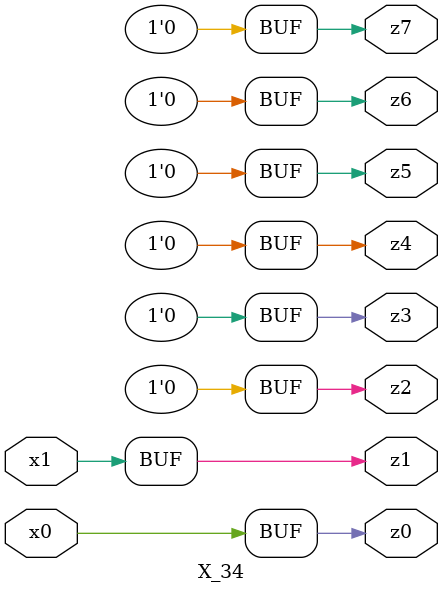
<source format=v>

module X_34 ( 
    x0, x1,
    z0, z1, z2, z3, z4, z5, z6, z7  );
  input  x0, x1;
  output z0, z1, z2, z3, z4, z5, z6, z7;
  assign z0 = x1 ? x0 : x0;
  assign z1 = x0 ? x1 : x1;
  assign z2 = 1'b0;
  assign z3 = 1'b0;
  assign z4 = 1'b0;
  assign z5 = 1'b0;
  assign z6 = 1'b0;
  assign z7 = 1'b0;
endmodule



</source>
